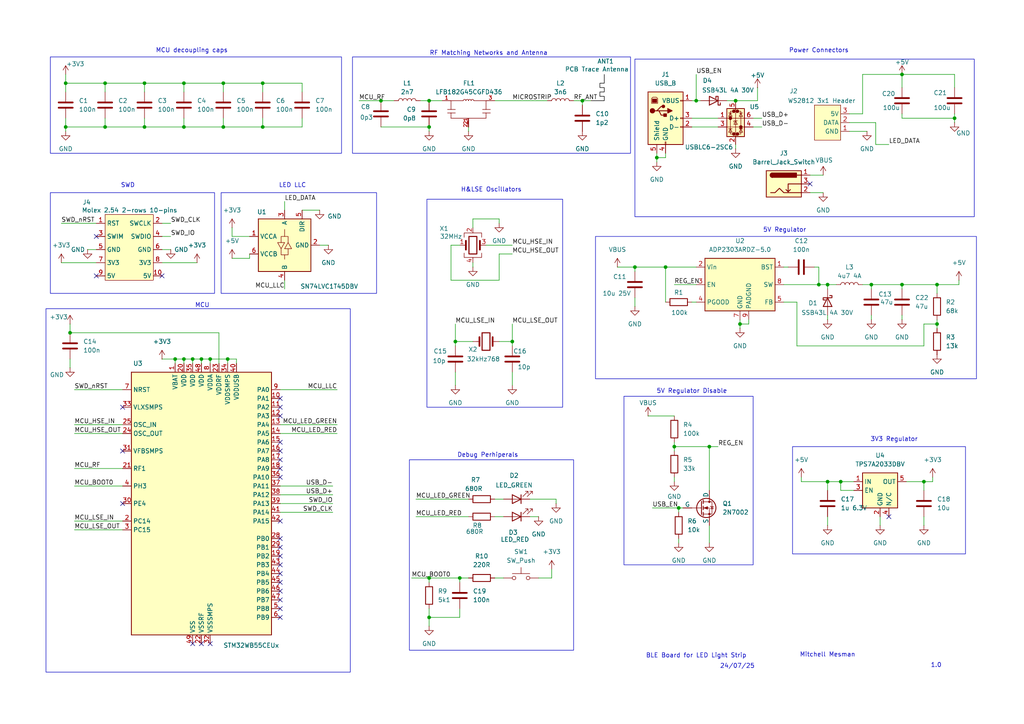
<source format=kicad_sch>
(kicad_sch (version 20250114) (generator "eeschema") (generator_version "9.0")
  (paper "A4")
  (rectangle (start 123.825 57.785) (end 163.195 118.11))
  (rectangle (start 14.605 16.51) (end 99.06 44.45))
  (rectangle (start 229.87 129.54) (end 280.035 160.655))
  (rectangle (start 184.15 17.145) (end 282.575 62.865))
  (rectangle (start 102.235 16.51) (end 182.88 44.45))
  (rectangle (start 13.335 89.535) (end 101.6 194.945))
  (rectangle (start 14.605 55.88) (end 62.23 85.09))
  (rectangle (start 64.135 55.88) (end 109.22 85.09))
  (rectangle (start 172.72 68.58) (end 283.21 109.855))
  (rectangle (start 180.975 114.935) (end 218.44 163.83))
  (rectangle (start 118.745 133.35) (end 166.37 188.595))
  (text "Power Connectors" (at 237.49 14.732 0) (effects (font (size 1.27 1.27))))
  (text "5V Regulator Disable" (at 200.66 113.538 0) (effects (font (size 1.27 1.27))))
  (text "24/07/25" (at 213.868 193.294 0) (effects (font (size 1.27 1.27))))
  (text "LED LLC" (at 84.836 53.848 0) (effects (font (size 1.27 1.27))))
  (text "BLE Board for LED Light Strip" (at 201.93 190.246 0) (effects (font (size 1.27 1.27))))
  (text "RF Matching Networks and Antenna" (at 141.732 15.494 0) (effects (font (size 1.27 1.27))))
  (text "Mitchell Mesman" (at 240.03 189.992 0) (effects (font (size 1.27 1.27))))
  (text "Debug Perhiperals" (at 141.478 132.08 0) (effects (font (size 1.27 1.27))))
  (text "H&LSE Oscillators" (at 142.494 55.118 0) (effects (font (size 1.27 1.27))))
  (text "3V3 Regulator" (at 259.334 127.508 0) (effects (font (size 1.27 1.27))))
  (text "SWD" (at 37.084 53.848 0) (effects (font (size 1.27 1.27))))
  (text "MCU" (at 58.674 88.646 0) (effects (font (size 1.27 1.27))))
  (text "5V Regulator" (at 227.584 66.802 0) (effects (font (size 1.27 1.27))))
  (text "1.0" (at 271.526 193.04 0) (effects (font (size 1.27 1.27))))
  (text "MCU decoupling caps" (at 55.626 14.732 0) (effects (font (size 1.27 1.27))))
  (junction (at 76.2 24.13))
  (junction (at 190.5 45.72))
  (junction (at 214.63 93.98))
  (junction (at 243.84 139.7))
  (junction (at 50.8 104.14))
  (junction (at 193.04 77.47))
  (junction (at 53.34 104.14))
  (junction (at 132.08 99.06))
  (junction (at 205.74 129.54))
  (junction (at 213.36 29.21))
  (junction (at 240.03 139.7))
  (junction (at 168.91 29.21))
  (junction (at 30.48 36.83))
  (junction (at 276.86 34.29))
  (junction (at 64.77 36.83))
  (junction (at 41.91 24.13))
  (junction (at 240.03 82.55))
  (junction (at 19.05 36.83))
  (junction (at 30.48 24.13))
  (junction (at 53.34 24.13))
  (junction (at 19.05 24.13))
  (junction (at 237.49 82.55))
  (junction (at 271.78 82.55))
  (junction (at 184.15 77.47))
  (junction (at 267.97 139.7))
  (junction (at 41.91 36.83))
  (junction (at 195.58 129.54))
  (junction (at 110.49 29.21))
  (junction (at 53.34 36.83))
  (junction (at 55.88 104.14))
  (junction (at 201.93 29.21))
  (junction (at 148.59 99.06))
  (junction (at 124.46 167.64))
  (junction (at 60.96 104.14))
  (junction (at 66.04 104.14))
  (junction (at 124.46 36.83))
  (junction (at 58.42 104.14))
  (junction (at 133.35 167.64))
  (junction (at 76.2 36.83))
  (junction (at 271.78 93.98))
  (junction (at 20.32 96.52))
  (junction (at 124.46 179.07))
  (junction (at 64.77 24.13))
  (junction (at 261.62 21.59))
  (junction (at 252.73 82.55))
  (junction (at 261.62 82.55))
  (junction (at 196.85 147.32))
  (junction (at 124.46 29.21))
  (no_connect (at 55.88 186.69))
  (no_connect (at 81.28 118.11))
  (no_connect (at 35.56 118.11))
  (no_connect (at 257.81 149.86))
  (no_connect (at 60.96 186.69))
  (no_connect (at 81.28 176.53))
  (no_connect (at 35.56 130.81))
  (no_connect (at 81.28 120.65))
  (no_connect (at 81.28 161.29))
  (no_connect (at 234.95 53.34))
  (no_connect (at 81.28 158.75))
  (no_connect (at 81.28 163.83))
  (no_connect (at 58.42 186.69))
  (no_connect (at 81.28 156.21))
  (no_connect (at 81.28 151.13))
  (no_connect (at 81.28 173.99))
  (no_connect (at 81.28 171.45))
  (no_connect (at 81.28 115.57))
  (no_connect (at 81.28 179.07))
  (no_connect (at 81.28 166.37))
  (no_connect (at 81.28 168.91))
  (no_connect (at 81.28 130.81))
  (no_connect (at 81.28 135.89))
  (no_connect (at 27.94 80.01))
  (no_connect (at 81.28 133.35))
  (no_connect (at 35.56 146.05))
  (no_connect (at 81.28 138.43))
  (no_connect (at 81.28 128.27))
  (no_connect (at 46.99 80.01))
  (no_connect (at 27.94 68.58))
  (wire (pts (xy 81.28 143.51) (xy 96.52 143.51)))
  (wire (pts (xy 261.62 21.59) (xy 261.62 25.4)))
  (wire (pts (xy 53.34 24.13) (xy 53.34 26.67)))
  (wire (pts (xy 217.17 92.71) (xy 217.17 93.98)))
  (wire (pts (xy 243.84 139.7) (xy 240.03 139.7)))
  (wire (pts (xy 137.16 76.2) (xy 137.16 77.47)))
  (wire (pts (xy 50.8 105.41) (xy 50.8 104.14)))
  (wire (pts (xy 219.71 25.4) (xy 219.71 29.21)))
  (wire (pts (xy 271.78 82.55) (xy 271.78 85.09)))
  (wire (pts (xy 81.28 113.03) (xy 97.79 113.03)))
  (wire (pts (xy 133.35 167.64) (xy 124.46 167.64)))
  (wire (pts (xy 148.59 93.98) (xy 148.59 99.06)))
  (wire (pts (xy 119.38 167.64) (xy 124.46 167.64)))
  (wire (pts (xy 87.63 24.13) (xy 87.63 26.67)))
  (wire (pts (xy 64.77 24.13) (xy 64.77 26.67)))
  (wire (pts (xy 246.38 38.1) (xy 251.46 38.1)))
  (wire (pts (xy 58.42 104.14) (xy 58.42 105.41)))
  (wire (pts (xy 17.78 76.2) (xy 27.94 76.2)))
  (wire (pts (xy 82.55 58.42) (xy 82.55 60.96)))
  (wire (pts (xy 46.99 104.14) (xy 50.8 104.14)))
  (wire (pts (xy 200.66 36.83) (xy 208.28 36.83)))
  (wire (pts (xy 30.48 36.83) (xy 41.91 36.83)))
  (wire (pts (xy 55.88 104.14) (xy 55.88 105.41)))
  (wire (pts (xy 143.51 149.86) (xy 146.05 149.86)))
  (wire (pts (xy 218.44 36.83) (xy 220.98 36.83)))
  (wire (pts (xy 210.82 29.21) (xy 213.36 29.21)))
  (wire (pts (xy 104.14 29.21) (xy 110.49 29.21)))
  (wire (pts (xy 144.78 63.5) (xy 144.78 64.77)))
  (wire (pts (xy 276.86 33.02) (xy 276.86 34.29)))
  (wire (pts (xy 135.89 36.83) (xy 135.89 38.1)))
  (wire (pts (xy 193.04 77.47) (xy 193.04 87.63)))
  (wire (pts (xy 120.65 144.78) (xy 135.89 144.78)))
  (wire (pts (xy 76.2 24.13) (xy 87.63 24.13)))
  (wire (pts (xy 21.59 125.73) (xy 35.56 125.73)))
  (wire (pts (xy 21.59 151.13) (xy 35.56 151.13)))
  (wire (pts (xy 21.59 140.97) (xy 35.56 140.97)))
  (wire (pts (xy 64.77 36.83) (xy 76.2 36.83)))
  (wire (pts (xy 262.89 139.7) (xy 267.97 139.7)))
  (wire (pts (xy 193.04 45.72) (xy 190.5 45.72)))
  (wire (pts (xy 271.78 82.55) (xy 278.13 82.55)))
  (wire (pts (xy 132.08 100.33) (xy 132.08 99.06)))
  (wire (pts (xy 267.97 149.86) (xy 267.97 152.4)))
  (wire (pts (xy 261.62 33.02) (xy 261.62 34.29)))
  (wire (pts (xy 234.95 55.88) (xy 238.76 55.88)))
  (wire (pts (xy 76.2 24.13) (xy 64.77 24.13)))
  (wire (pts (xy 19.05 36.83) (xy 30.48 36.83)))
  (wire (pts (xy 267.97 139.7) (xy 270.51 139.7)))
  (wire (pts (xy 195.58 129.54) (xy 195.58 130.81)))
  (wire (pts (xy 124.46 29.21) (xy 128.27 29.21)))
  (wire (pts (xy 81.28 148.59) (xy 96.52 148.59)))
  (wire (pts (xy 240.03 82.55) (xy 242.57 82.55)))
  (wire (pts (xy 271.78 92.71) (xy 271.78 93.98)))
  (wire (pts (xy 124.46 176.53) (xy 124.46 179.07)))
  (wire (pts (xy 46.99 68.58) (xy 49.53 68.58)))
  (wire (pts (xy 114.3 29.21) (xy 110.49 29.21)))
  (wire (pts (xy 81.28 123.19) (xy 97.79 123.19)))
  (wire (pts (xy 53.34 36.83) (xy 64.77 36.83)))
  (wire (pts (xy 201.93 87.63) (xy 200.66 87.63)))
  (wire (pts (xy 144.78 81.28) (xy 144.78 73.66)))
  (wire (pts (xy 271.78 93.98) (xy 267.97 93.98)))
  (wire (pts (xy 195.58 138.43) (xy 195.58 139.7)))
  (wire (pts (xy 124.46 36.83) (xy 110.49 36.83)))
  (wire (pts (xy 53.34 104.14) (xy 55.88 104.14)))
  (wire (pts (xy 21.59 153.67) (xy 35.56 153.67)))
  (wire (pts (xy 195.58 82.55) (xy 201.93 82.55)))
  (wire (pts (xy 58.42 104.14) (xy 60.96 104.14)))
  (wire (pts (xy 30.48 34.29) (xy 30.48 36.83)))
  (wire (pts (xy 278.13 81.28) (xy 278.13 82.55)))
  (wire (pts (xy 193.04 77.47) (xy 201.93 77.47)))
  (wire (pts (xy 276.86 21.59) (xy 276.86 25.4)))
  (wire (pts (xy 196.85 156.21) (xy 196.85 157.48)))
  (wire (pts (xy 20.32 96.52) (xy 63.5 96.52)))
  (wire (pts (xy 143.51 144.78) (xy 146.05 144.78)))
  (wire (pts (xy 250.19 21.59) (xy 261.62 21.59)))
  (wire (pts (xy 243.84 142.24) (xy 243.84 139.7)))
  (wire (pts (xy 124.46 179.07) (xy 133.35 179.07)))
  (wire (pts (xy 144.78 99.06) (xy 148.59 99.06)))
  (wire (pts (xy 130.81 81.28) (xy 144.78 81.28)))
  (wire (pts (xy 63.5 105.41) (xy 63.5 96.52)))
  (wire (pts (xy 46.99 64.77) (xy 49.53 64.77)))
  (wire (pts (xy 17.78 64.77) (xy 27.94 64.77)))
  (wire (pts (xy 267.97 93.98) (xy 267.97 100.33)))
  (wire (pts (xy 50.8 104.14) (xy 53.34 104.14)))
  (wire (pts (xy 246.38 33.02) (xy 250.19 33.02)))
  (wire (pts (xy 66.04 104.14) (xy 66.04 105.41)))
  (wire (pts (xy 133.35 71.12) (xy 130.81 71.12)))
  (wire (pts (xy 213.36 29.21) (xy 219.71 29.21)))
  (wire (pts (xy 267.97 100.33) (xy 231.14 100.33)))
  (wire (pts (xy 237.49 77.47) (xy 237.49 82.55)))
  (wire (pts (xy 261.62 91.44) (xy 261.62 92.71)))
  (wire (pts (xy 201.93 29.21) (xy 203.2 29.21)))
  (wire (pts (xy 240.03 139.7) (xy 232.41 139.7)))
  (wire (pts (xy 124.46 29.21) (xy 121.92 29.21)))
  (wire (pts (xy 21.59 135.89) (xy 35.56 135.89)))
  (wire (pts (xy 240.03 82.55) (xy 240.03 83.82)))
  (wire (pts (xy 148.59 107.95) (xy 148.59 111.76)))
  (wire (pts (xy 252.73 82.55) (xy 252.73 83.82)))
  (wire (pts (xy 214.63 93.98) (xy 217.17 93.98)))
  (wire (pts (xy 240.03 91.44) (xy 240.03 92.71)))
  (wire (pts (xy 130.81 71.12) (xy 130.81 81.28)))
  (wire (pts (xy 254 35.56) (xy 254 41.91)))
  (wire (pts (xy 60.96 104.14) (xy 66.04 104.14)))
  (wire (pts (xy 124.46 179.07) (xy 124.46 181.61)))
  (wire (pts (xy 81.28 125.73) (xy 97.79 125.73)))
  (wire (pts (xy 237.49 82.55) (xy 240.03 82.55)))
  (wire (pts (xy 137.16 63.5) (xy 137.16 66.04)))
  (wire (pts (xy 168.91 30.48) (xy 168.91 29.21)))
  (wire (pts (xy 53.34 104.14) (xy 53.34 105.41)))
  (wire (pts (xy 166.37 29.21) (xy 168.91 29.21)))
  (wire (pts (xy 195.58 129.54) (xy 205.74 129.54)))
  (wire (pts (xy 261.62 82.55) (xy 271.78 82.55)))
  (wire (pts (xy 227.33 77.47) (xy 228.6 77.47)))
  (wire (pts (xy 53.34 36.83) (xy 53.34 34.29)))
  (wire (pts (xy 82.55 81.28) (xy 82.55 83.82)))
  (wire (pts (xy 20.32 104.14) (xy 20.32 106.68)))
  (wire (pts (xy 187.96 120.65) (xy 195.58 120.65)))
  (wire (pts (xy 190.5 44.45) (xy 190.5 45.72)))
  (wire (pts (xy 19.05 21.59) (xy 19.05 24.13)))
  (wire (pts (xy 255.27 149.86) (xy 255.27 152.4)))
  (wire (pts (xy 21.59 113.03) (xy 35.56 113.03)))
  (wire (pts (xy 133.35 179.07) (xy 133.35 176.53)))
  (wire (pts (xy 153.67 144.78) (xy 161.29 144.78)))
  (wire (pts (xy 133.35 167.64) (xy 133.35 168.91)))
  (wire (pts (xy 60.96 104.14) (xy 60.96 105.41)))
  (wire (pts (xy 41.91 24.13) (xy 30.48 24.13)))
  (wire (pts (xy 252.73 82.55) (xy 261.62 82.55)))
  (wire (pts (xy 25.4 72.39) (xy 27.94 72.39)))
  (wire (pts (xy 72.39 73.66) (xy 72.39 74.93)))
  (wire (pts (xy 205.74 129.54) (xy 205.74 142.24)))
  (wire (pts (xy 148.59 99.06) (xy 148.59 100.33)))
  (wire (pts (xy 87.63 36.83) (xy 76.2 36.83)))
  (wire (pts (xy 68.58 105.41) (xy 68.58 104.14)))
  (wire (pts (xy 76.2 36.83) (xy 76.2 34.29)))
  (wire (pts (xy 213.36 41.91) (xy 213.36 43.18)))
  (wire (pts (xy 246.38 35.56) (xy 254 35.56)))
  (wire (pts (xy 41.91 36.83) (xy 53.34 36.83)))
  (wire (pts (xy 231.14 87.63) (xy 227.33 87.63)))
  (wire (pts (xy 67.31 74.93) (xy 72.39 74.93)))
  (wire (pts (xy 261.62 21.59) (xy 276.86 21.59)))
  (wire (pts (xy 214.63 92.71) (xy 214.63 93.98)))
  (wire (pts (xy 184.15 77.47) (xy 193.04 77.47)))
  (wire (pts (xy 161.29 144.78) (xy 161.29 146.05)))
  (wire (pts (xy 55.88 104.14) (xy 58.42 104.14)))
  (wire (pts (xy 143.51 29.21) (xy 158.75 29.21)))
  (wire (pts (xy 72.39 68.58) (xy 67.31 68.58)))
  (wire (pts (xy 132.08 99.06) (xy 137.16 99.06)))
  (wire (pts (xy 19.05 36.83) (xy 19.05 38.1)))
  (wire (pts (xy 135.89 167.64) (xy 133.35 167.64)))
  (wire (pts (xy 124.46 36.83) (xy 124.46 38.1)))
  (wire (pts (xy 41.91 24.13) (xy 41.91 26.67)))
  (wire (pts (xy 234.95 50.8) (xy 238.76 50.8)))
  (wire (pts (xy 184.15 86.36) (xy 184.15 88.9)))
  (wire (pts (xy 261.62 34.29) (xy 276.86 34.29)))
  (wire (pts (xy 247.65 139.7) (xy 243.84 139.7)))
  (wire (pts (xy 81.28 140.97) (xy 96.52 140.97)))
  (wire (pts (xy 200.66 29.21) (xy 201.93 29.21)))
  (wire (pts (xy 193.04 44.45) (xy 193.04 45.72)))
  (wire (pts (xy 195.58 128.27) (xy 195.58 129.54)))
  (wire (pts (xy 153.67 149.86) (xy 156.21 149.86)))
  (wire (pts (xy 232.41 139.7) (xy 232.41 138.43)))
  (wire (pts (xy 205.74 129.54) (xy 208.28 129.54)))
  (wire (pts (xy 218.44 34.29) (xy 220.98 34.29)))
  (wire (pts (xy 76.2 24.13) (xy 76.2 26.67)))
  (wire (pts (xy 254 41.91) (xy 257.81 41.91)))
  (wire (pts (xy 179.07 77.47) (xy 184.15 77.47)))
  (wire (pts (xy 271.78 93.98) (xy 271.78 95.25)))
  (wire (pts (xy 168.91 29.21) (xy 171.45 29.21)))
  (wire (pts (xy 132.08 107.95) (xy 132.08 111.76)))
  (wire (pts (xy 46.99 76.2) (xy 57.15 76.2)))
  (wire (pts (xy 201.93 21.59) (xy 201.93 29.21)))
  (wire (pts (xy 196.85 147.32) (xy 196.85 148.59)))
  (wire (pts (xy 87.63 34.29) (xy 87.63 36.83)))
  (wire (pts (xy 64.77 36.83) (xy 64.77 34.29)))
  (wire (pts (xy 231.14 100.33) (xy 231.14 87.63)))
  (wire (pts (xy 21.59 123.19) (xy 35.56 123.19)))
  (wire (pts (xy 190.5 45.72) (xy 190.5 46.99)))
  (wire (pts (xy 64.77 24.13) (xy 53.34 24.13)))
  (wire (pts (xy 67.31 68.58) (xy 67.31 66.04)))
  (wire (pts (xy 144.78 73.66) (xy 148.59 73.66)))
  (wire (pts (xy 120.65 149.86) (xy 135.89 149.86)))
  (wire (pts (xy 214.63 93.98) (xy 214.63 95.25)))
  (wire (pts (xy 247.65 142.24) (xy 243.84 142.24)))
  (wire (pts (xy 250.19 82.55) (xy 252.73 82.55)))
  (wire (pts (xy 53.34 24.13) (xy 41.91 24.13)))
  (wire (pts (xy 20.32 93.98) (xy 20.32 96.52)))
  (wire (pts (xy 227.33 82.55) (xy 237.49 82.55)))
  (wire (pts (xy 19.05 24.13) (xy 19.05 26.67)))
  (wire (pts (xy 200.66 34.29) (xy 208.28 34.29)))
  (wire (pts (xy 137.16 63.5) (xy 144.78 63.5)))
  (wire (pts (xy 267.97 139.7) (xy 267.97 142.24)))
  (wire (pts (xy 46.99 72.39) (xy 49.53 72.39)))
  (wire (pts (xy 140.97 71.12) (xy 148.59 71.12)))
  (wire (pts (xy 66.04 104.14) (xy 68.58 104.14)))
  (wire (pts (xy 124.46 167.64) (xy 124.46 168.91)))
  (wire (pts (xy 250.19 21.59) (xy 250.19 33.02)))
  (wire (pts (xy 189.23 147.32) (xy 196.85 147.32)))
  (wire (pts (xy 205.74 152.4) (xy 205.74 157.48)))
  (wire (pts (xy 87.63 60.96) (xy 92.71 60.96)))
  (wire (pts (xy 240.03 139.7) (xy 240.03 142.24)))
  (wire (pts (xy 30.48 24.13) (xy 19.05 24.13)))
  (wire (pts (xy 41.91 36.83) (xy 41.91 34.29)))
  (wire (pts (xy 92.71 71.12) (xy 95.25 71.12)))
  (wire (pts (xy 160.02 165.1) (xy 160.02 167.64)))
  (wire (pts (xy 240.03 149.86) (xy 240.03 152.4)))
  (wire (pts (xy 132.08 93.98) (xy 132.08 99.06)))
  (wire (pts (xy 156.21 167.64) (xy 160.02 167.64)))
  (wire (pts (xy 252.73 91.44) (xy 252.73 92.71)))
  (wire (pts (xy 81.28 146.05) (xy 96.52 146.05)))
  (wire (pts (xy 184.15 77.47) (xy 184.15 78.74)))
  (wire (pts (xy 198.12 147.32) (xy 196.85 147.32)))
  (wire (pts (xy 270.51 139.7) (xy 270.51 138.43)))
  (wire (pts (xy 143.51 167.64) (xy 146.05 167.64)))
  (wire (pts (xy 30.48 24.13) (xy 30.48 26.67)))
  (wire (pts (xy 261.62 82.55) (xy 261.62 83.82)))
  (wire (pts (xy 236.22 77.47) (xy 237.49 77.47)))
  (wire (pts (xy 19.05 34.29) (xy 19.05 36.83)))
  (wire (pts (xy 276.86 34.29) (xy 276.86 35.56)))
  (label "SWD_IO" (at 96.52 146.05 180))
  (label "MCU_HSE_IN" (at 148.59 71.12 0))
  (label "MCU_BOOT0" (at 119.38 167.64 0))
  (label "USB_D-" (at 96.52 140.97 180))
  (label "USB_D+" (at 96.52 143.51 180))
  (label "MCU_LSE_OUT" (at 21.59 153.67 0))
  (label "SWD_CLK" (at 96.52 148.59 180))
  (label "MCU_LSE_IN" (at 21.59 151.13 0))
  (label "RF_ANT" (at 166.37 29.21 0))
  (label "USB_D-" (at 220.98 36.83 0))
  (label "SWD_nRST" (at 17.78 64.77 0))
  (label "SWD_nRST" (at 21.59 113.03 0))
  (label "MCU_LSE_OUT" (at 148.59 93.98 0))
  (label "SWD_IO" (at 49.53 68.58 0))
  (label "MCU_RF" (at 104.14 29.21 0))
  (label "MCU_RF" (at 21.59 135.89 0))
  (label "MCU_BOOT0" (at 21.59 140.97 0))
  (label "LED_DATA" (at 257.81 41.91 0))
  (label "REG_EN" (at 195.58 82.55 0))
  (label "MCU_LLC" (at 82.55 83.82 180))
  (label "REG_EN" (at 208.28 129.54 0))
  (label "MCU_LED_GREEN" (at 97.79 123.19 180))
  (label "MCU_LSE_IN" (at 132.08 93.98 0))
  (label "MCU_HSE_IN" (at 21.59 123.19 0))
  (label "MCU_LED_RED" (at 97.79 125.73 180))
  (label "LED_DATA" (at 82.55 58.42 0))
  (label "USB_EN" (at 201.93 21.59 0))
  (label "MCU_HSE_OUT" (at 148.59 73.66 0))
  (label "MCU_LED_RED" (at 120.65 149.86 0))
  (label "SWD_CLK" (at 49.53 64.77 0))
  (label "USB_D+" (at 220.98 34.29 0))
  (label "USB_EN" (at 189.23 147.32 0))
  (label "MCU_HSE_OUT" (at 21.59 125.73 0))
  (label "MCU_LLC" (at 97.79 113.03 180))
  (label "MICROSTRIP" (at 148.59 29.21 0))
  (label "MCU_LED_GREEN" (at 120.65 144.78 0))
  (symbol (lib_id "Device:C") (at 148.59 104.14 0) (unit 1)
    (property "Reference" "C16" (at 148.844 101.854 0) (effects (justify left)))
    (property "Value" "10p" (at 150.114 106.426 0) (effects (justify left)))
    (property "Description" "Unpolarized capacitor" (effects (hide yes)))
  )
  (symbol (lib_id "Device:R") (at 196.85 87.63 270) (unit 1)
    (property "Reference" "R1" (at 196.85 84.836 90))
    (property "Value" "100k" (at 197.104 90.678 90))
    (property "Description" "Resistor" (effects (hide yes)))
  )
  (symbol (lib_id "power:GND") (at 168.91 38.1 0) (unit 1)
    (property "Reference" "#PWR028" (effects (hide yes)))
    (property "Value" "GND" (at 168.91 43.18 0))
    (property "Description" "Power symbol creates a global label with name \"GND\" , ground" (effects (hide yes)))
  )
  (symbol (lib_id "Device:C") (at 53.34 30.48 0) (unit 1)
    (property "Reference" "C4" (at 57.15 29.2099 0) (effects (justify left)))
    (property "Value" "100n" (at 57.15 31.7499 0) (effects (justify left)))
    (property "Description" "Unpolarized capacitor" (effects (hide yes)))
  )
  (symbol (lib_id "power:+5V") (at 232.41 138.43 0) (unit 1)
    (property "Reference" "#PWR03" (effects (hide yes)))
    (property "Value" "+5V" (at 232.41 133.35 0))
    (property "Description" "Power symbol creates a global label with name \"+5V\"" (effects (hide yes)))
  )
  (symbol (lib_id "Simulation_SPICE:NMOS") (at 203.2 147.32 0) (unit 1)
    (property "Reference" "Q1" (at 209.55 146.0499 0) (effects (justify left)))
    (property "Value" "2N7002" (at 209.55 148.5899 0) (effects (justify left)))
    (property "Datasheet" "https://ngspice.sourceforge.io/docs/ngspice-html-manual/manual.xhtml#cha_MOSFETs" (effects (hide yes)))
    (property "Description" "N-MOSFET transistor, drain/source/gate" (effects (hide yes)))
    (property "Sim.Device" "NMOS" (effects (hide yes)))
    (property "Sim.Type" "VDMOS" (effects (hide yes)))
    (property "Sim.Pins" "1=D 2=G 3=S" (effects (hide yes)))
  )
  (symbol (lib_id "Device:R") (at 139.7 144.78 90) (unit 1)
    (property "Reference" "R7" (at 137.922 139.192 90))
    (property "Value" "680R" (at 137.414 141.732 90))
    (property "Description" "Resistor" (effects (hide yes)))
  )
  (symbol (lib_id "Power_Protection:USBLC6-2SC6") (at 213.36 34.29 0) (unit 1)
    (property "Reference" "U5" (at 217.424 30.988 0) (effects (justify left)))
    (property "Value" "USBLC6-2SC6" (at 198.628 42.672 0) (effects (justify left)))
    (property "Footprint" "Package_TO_SOT_SMD:SOT-23-6" (effects (hide yes)))
    (property "Datasheet" "https://www.st.com/resource/en/datasheet/usblc6-2.pdf" (effects (hide yes)))
    (property "Description" "Very low capacitance ESD protection diode, 2 data-line, SOT-23-6" (effects (hide yes)))
  )
  (symbol (lib_id "power:GND") (at 240.03 92.71 0) (unit 1)
    (property "Reference" "#PWR010" (effects (hide yes)))
    (property "Value" "GND" (at 240.03 97.79 0))
    (property "Description" "Power symbol creates a global label with name \"GND\" , ground" (effects (hide yes)))
  )
  (symbol (lib_id "MCU_ST_STM32WB:STM32WB55CEUx") (at 58.42 146.05 0) (unit 1)
    (property "Reference" "U3" (at 38.608 105.41 0) (effects (justify left)))
    (property "Value" "STM32WB55CEUx" (at 64.77 187.198 0) (effects (justify left)))
    (property "Footprint" "Package_DFN_QFN:QFN-48-1EP_7x7mm_P0.5mm_EP5.6x5.6mm" (effects (hide yes)))
    (property "Datasheet" "https://www.st.com/resource/en/datasheet/stm32wb55ce.pdf" (effects (hide yes)))
    (property "Description" "STMicroelectronics Arm Cortex-M4 MCU, 512KB flash, 256KB RAM, 64 MHz, 1.71-3.6V, 30 GPIO, UFQFPN48" (effects (hide yes)))
  )
  (symbol (lib_id "Device:LED") (at 149.86 144.78 180) (unit 1)
    (property "Reference" "D2" (at 149.098 137.922 0))
    (property "Value" "LED_GREEN" (at 149.098 140.716 0))
    (property "Description" "Light emitting diode" (effects (hide yes)))
    (property "Sim.Pins" "1=K 2=A" (effects (hide yes)))
  )
  (symbol (lib_id "power:+3V3") (at 20.32 93.98 0) (unit 1)
    (property "Reference" "#PWR05" (effects (hide yes)))
    (property "Value" "+3V3" (at 17.018 91.948 0))
    (property "Description" "Power symbol creates a global label with name \"+3V3\"" (effects (hide yes)))
  )
  (symbol (lib_id "power:GND") (at 20.32 106.68 0) (unit 1)
    (property "Reference" "#PWR06" (effects (hide yes)))
    (property "Value" "GND" (at 16.51 108.712 0))
    (property "Description" "Power symbol creates a global label with name \"GND\" , ground" (effects (hide yes)))
  )
  (symbol (lib_id "power:+5V") (at 278.13 81.28 0) (unit 1)
    (property "Reference" "#PWR013" (effects (hide yes)))
    (property "Value" "+5V" (at 278.13 76.2 0))
    (property "Description" "Power symbol creates a global label with name \"+5V\"" (effects (hide yes)))
  )
  (symbol (lib_id "power:GND") (at 156.21 149.86 0) (unit 1)
    (property "Reference" "#PWR039" (effects (hide yes)))
    (property "Value" "GND" (at 156.21 154.94 0))
    (property "Description" "Power symbol creates a global label with name \"GND\" , ground" (effects (hide yes)))
  )
  (symbol (lib_id "Device:L") (at 118.11 29.21 270) (mirror x) (unit 1)
    (property "Reference" "L1" (at 118.11 24.13 90))
    (property "Value" "2n7" (at 118.11 26.67 90))
    (property "Description" "Inductor" (effects (hide yes)))
  )
  (symbol (lib_id "Device:C") (at 41.91 30.48 0) (unit 1)
    (property "Reference" "C3" (at 45.72 29.2099 0) (effects (justify left)))
    (property "Value" "100n" (at 45.72 31.7499 0) (effects (justify left)))
    (property "Description" "Unpolarized capacitor" (effects (hide yes)))
  )
  (symbol (lib_id "Device:L") (at 246.38 82.55 90) (unit 1)
    (property "Reference" "L3" (at 246.38 77.47 90))
    (property "Value" "4u7 4A" (at 246.38 80.01 90))
    (property "Description" "Inductor" (effects (hide yes)))
  )
  (symbol (lib_id "power:GND") (at 205.74 157.48 0) (unit 1)
    (property "Reference" "#PWR012" (effects (hide yes)))
    (property "Value" "GND" (at 205.74 162.56 0))
    (property "Description" "Power symbol creates a global label with name \"GND\" , ground" (effects (hide yes)))
  )
  (symbol (lib_id "Device:C") (at 76.2 30.48 0) (unit 1)
    (property "Reference" "C6" (at 80.01 29.2099 0) (effects (justify left)))
    (property "Value" "100n" (at 80.01 31.7499 0) (effects (justify left)))
    (property "Description" "Unpolarized capacitor" (effects (hide yes)))
  )
  (symbol (lib_id "power:GND") (at 267.97 152.4 0) (unit 1)
    (property "Reference" "#PWR016" (effects (hide yes)))
    (property "Value" "GND" (at 267.97 157.48 0))
    (property "Description" "Power symbol creates a global label with name \"GND\" , ground" (effects (hide yes)))
  )
  (symbol (lib_id "Device:C") (at 184.15 82.55 180) (unit 1)
    (property "Reference" "C11" (at 177.8 80.264 0) (effects (justify right)))
    (property "Value" "10u 25V" (at 174.752 85.09 0) (effects (justify right)))
    (property "Description" "Unpolarized capacitor" (effects (hide yes)))
  )
  (symbol (lib_id "power:GND") (at 144.78 64.77 0) (unit 1)
    (property "Reference" "#PWR043" (effects (hide yes)))
    (property "Value" "GND" (at 144.78 69.85 0))
    (property "Description" "Power symbol creates a global label with name \"GND\" , ground" (effects (hide yes)))
  )
  (symbol (lib_id "power:VBUS") (at 238.76 50.8 0) (unit 1)
    (property "Reference" "#PWR032" (effects (hide yes)))
    (property "Value" "VBUS" (at 239.014 46.482 0))
    (property "Description" "Power symbol creates a global label with name \"VBUS\"" (effects (hide yes)))
  )
  (symbol (lib_id "power:GND") (at 271.78 102.87 0) (unit 1)
    (property "Reference" "#PWR014" (effects (hide yes)))
    (property "Value" "GND" (at 271.78 107.95 0))
    (property "Description" "Power symbol creates a global label with name \"GND\" , ground" (effects (hide yes)))
  )
  (symbol (lib_id "power:GND") (at 132.08 111.76 0) (unit 1)
    (property "Reference" "#PWR044" (effects (hide yes)))
    (property "Value" "GND" (at 132.08 116.84 0))
    (property "Description" "Power symbol creates a global label with name \"GND\" , ground" (effects (hide yes)))
  )
  (symbol (lib_id "power:GND") (at 25.4 72.39 0) (unit 1)
    (property "Reference" "#PWR022" (effects (hide yes)))
    (property "Value" "GND" (at 22.606 72.39 0))
    (property "Description" "Power symbol creates a global label with name \"GND\" , ground" (effects (hide yes)))
  )
  (symbol (lib_id "Device:C") (at 261.62 87.63 0) (unit 1)
    (property "Reference" "C22" (at 265.43 86.3599 0) (effects (justify left)))
    (property "Value" "47u" (at 265.43 88.8999 0) (effects (justify left)))
    (property "Description" "Unpolarized capacitor" (effects (hide yes)))
  )
  (symbol (lib_id "power:GND") (at 255.27 152.4 0) (unit 1)
    (property "Reference" "#PWR011" (effects (hide yes)))
    (property "Value" "GND" (at 255.27 157.48 0))
    (property "Description" "Power symbol creates a global label with name \"GND\" , ground" (effects (hide yes)))
  )
  (symbol (lib_id "Device:C") (at 232.41 77.47 270) (unit 1)
    (property "Reference" "C12" (at 232.41 69.85 90))
    (property "Value" "100n" (at 232.41 72.39 90))
    (property "Description" "Unpolarized capacitor" (effects (hide yes)))
  )
  (symbol (lib_id "power:GND") (at 261.62 92.71 0) (unit 1)
    (property "Reference" "#PWR050" (effects (hide yes)))
    (property "Value" "GND" (at 261.62 97.79 0))
    (property "Description" "Power symbol creates a global label with name \"GND\" , ground" (effects (hide yes)))
  )
  (symbol (lib_id "Regulator_Linear:TPS7A20xxxDQN") (at 255.27 142.24 0) (unit 1)
    (property "Reference" "U4" (at 255.27 132.08 0))
    (property "Value" "TPS7A2033DBV" (at 255.27 134.62 0))
    (property "Footprint" "Package_TO_SOT_SMD:SOT-23-5" (effects (hide yes)))
    (property "Datasheet" "https://www.ti.com/lit/ds/symlink/tps7a20.pdf" (effects (hide yes)))
    (property "Description" "300 mA Low Dropout Voltage Regulator, Fixed Output, 1.6..6.0Vin, Low-Noise (7μV RMS), 6.5μA IQ LDO, X2SON-5" (effects (hide yes)))
  )
  (symbol (lib_id "power:+3V3") (at 57.15 76.2 0) (unit 1)
    (property "Reference" "#PWR024" (effects (hide yes)))
    (property "Value" "+3V3" (at 57.15 71.12 0))
    (property "Description" "Power symbol creates a global label with name \"+3V3\"" (effects (hide yes)))
  )
  (symbol (lib_id "power:+3V3") (at 160.02 165.1 0) (unit 1)
    (property "Reference" "#PWR041" (effects (hide yes)))
    (property "Value" "+3V3" (at 160.02 160.02 0))
    (property "Description" "Power symbol creates a global label with name \"+3V3\"" (effects (hide yes)))
  )
  (symbol (lib_id "Device:C") (at 252.73 87.63 0) (unit 1)
    (property "Reference" "C13" (at 254.762 85.344 0) (effects (justify left)))
    (property "Value" "47u" (at 255.27 87.63 0) (effects (justify left)))
    (property "Description" "Unpolarized capacitor" (effects (hide yes)))
  )
  (symbol (lib_id "power:GND") (at 252.73 92.71 0) (unit 1)
    (property "Reference" "#PWR09" (effects (hide yes)))
    (property "Value" "GND" (at 252.73 97.79 0))
    (property "Description" "Power symbol creates a global label with name \"GND\" , ground" (effects (hide yes)))
  )
  (symbol (lib_id "power:+3V3") (at 46.99 104.14 0) (unit 1)
    (property "Reference" "#PWR046" (effects (hide yes)))
    (property "Value" "+3V3" (at 46.99 99.06 0))
    (property "Description" "Power symbol creates a global label with name \"+3V3\"" (effects (hide yes)))
  )
  (symbol (lib_id "Device:C") (at 110.49 33.02 0) (mirror y) (unit 1)
    (property "Reference" "C8" (at 104.648 30.988 0) (effects (justify right)))
    (property "Value" "0p3" (at 104.394 34.036 0) (effects (justify right)))
    (property "Description" "Unpolarized capacitor" (effects (hide yes)))
  )
  (symbol (lib_id "Device:C") (at 19.05 30.48 0) (unit 1)
    (property "Reference" "C1" (at 22.86 29.2099 0) (effects (justify left)))
    (property "Value" "100n" (at 22.86 31.7499 0) (effects (justify left)))
    (property "Description" "Unpolarized capacitor" (effects (hide yes)))
  )
  (symbol (lib_id "bbbled:LFB182G45CGFD436") (at 135.89 31.75 0) (unit 1)
    (property "Reference" "FL1" (at 136.017 24.13 0))
    (property "Value" "LFB182G45CGFD436" (at 136.017 26.67 0))
    (property "Footprint" "LFB182G45CGFD436:FIL_LFB182G45CGFD436" (effects (hide yes)))
    (property "PARTREV" "N/A" (effects (hide yes)))
    (property "STANDARD" "Manufacturer Recommendations" (effects (hide yes)))
    (property "MAXIMUM_PACKAGE_HEIGHT" "0.65 mm" (effects (hide yes)))
    (property "MANUFACTURER" "Murata Electronics" (effects (hide yes)))
  )
  (symbol (lib_id "Device:R") (at 195.58 134.62 0) (unit 1)
    (property "Reference" "R5" (at 198.12 133.3499 0) (effects (justify left)))
    (property "Value" "33k" (at 198.12 135.8899 0) (effects (justify left)))
    (property "Description" "Resistor" (effects (hide yes)))
  )
  (symbol (lib_id "Device:C") (at 30.48 30.48 0) (unit 1)
    (property "Reference" "C2" (at 34.29 29.2099 0) (effects (justify left)))
    (property "Value" "100n" (at 34.29 31.7499 0) (effects (justify left)))
    (property "Description" "Unpolarized capacitor" (effects (hide yes)))
  )
  (symbol (lib_id "Device:D_Schottky") (at 240.03 87.63 270) (unit 1)
    (property "Reference" "D1" (at 234.442 87.884 90) (effects (justify left)))
    (property "Value" "SSB43L 4A 30V" (at 232.41 90.678 90) (effects (justify left)))
    (property "Description" "Schottky diode" (effects (hide yes)))
  )
  (symbol (lib_id "power:GND") (at 195.58 139.7 0) (unit 1)
    (property "Reference" "#PWR030" (effects (hide yes)))
    (property "Value" "GND" (at 195.58 144.018 0))
    (property "Description" "Power symbol creates a global label with name \"GND\" , ground" (effects (hide yes)))
  )
  (symbol (lib_id "Device:C") (at 276.86 29.21 0) (unit 1)
    (property "Reference" "C21" (at 270.764 26.924 0) (effects (justify left)))
    (property "Value" "100u" (at 270.764 31.242 0) (effects (justify left)))
    (property "Description" "Unpolarized capacitor" (effects (hide yes)))
  )
  (symbol (lib_id "Regulator_Switching:ADP2303ARDZ-5.0") (at 214.63 82.55 0) (unit 1)
    (property "Reference" "U2" (at 214.63 69.85 0))
    (property "Value" "ADP2303ARDZ-5.0" (at 214.63 72.39 0))
    (property "Footprint" "Package_SO:SOIC-8-1EP_3.9x4.9mm_P1.27mm_EP2.29x3mm" (effects (hide yes)))
    (property "Datasheet" "https://www.analog.com/media/en/technical-documentation/data-sheets/ADP2302_2303.pdf" (effects (hide yes)))
    (property "Description" "Nonsynchronous Step-Down Regulator 3 Amp Vout 5.0v SOIC-8" (effects (hide yes)))
  )
  (symbol (lib_id "power:VBUS") (at 187.96 120.65 0) (unit 1)
    (property "Reference" "#PWR047" (effects (hide yes)))
    (property "Value" "VBUS" (at 187.96 116.84 0))
    (property "Description" "Power symbol creates a global label with name \"VBUS\"" (effects (hide yes)))
  )
  (symbol (lib_id "power:GND") (at 213.36 43.18 0) (unit 1)
    (property "Reference" "#PWR036" (effects (hide yes)))
    (property "Value" "GND" (at 213.36 48.26 0))
    (property "Description" "Power symbol creates a global label with name \"GND\" , ground" (effects (hide yes)))
  )
  (symbol (lib_id "power:GND") (at 124.46 38.1 0) (mirror y) (unit 1)
    (property "Reference" "#PWR019" (effects (hide yes)))
    (property "Value" "GND" (at 124.46 43.18 0))
    (property "Description" "Power symbol creates a global label with name \"GND\" , ground" (effects (hide yes)))
  )
  (symbol (lib_id "power:GND") (at 214.63 95.25 0) (unit 1)
    (property "Reference" "#PWR08" (effects (hide yes)))
    (property "Value" "GND" (at 214.63 100.33 0))
    (property "Description" "Power symbol creates a global label with name \"GND\" , ground" (effects (hide yes)))
  )
  (symbol (lib_id "bbbled:LED_PLUG") (at 243.84 30.48 0) (mirror y) (unit 1)
    (property "Reference" "J2" (at 231.394 26.416 0) (effects (justify left)))
    (property "Value" "WS2812 3x1 Header" (at 248.158 29.21 0) (effects (justify left)))
  )
  (symbol (lib_id "Device:C") (at 124.46 33.02 0) (mirror y) (unit 1)
    (property "Reference" "C9" (at 120.65 31.7499 0) (effects (justify left)))
    (property "Value" "0p8" (at 120.65 34.2899 0) (effects (justify left)))
    (property "Description" "Unpolarized capacitor" (effects (hide yes)))
  )
  (symbol (lib_id "Device:C") (at 168.91 34.29 0) (unit 1)
    (property "Reference" "C10" (at 172.72 33.0199 0) (effects (justify left)))
    (property "Value" "1p2" (at 172.72 35.5599 0) (effects (justify left)))
    (property "Description" "Unpolarized capacitor" (effects (hide yes)))
  )
  (symbol (lib_id "Device:C") (at 87.63 30.48 0) (unit 1)
    (property "Reference" "C7" (at 91.44 29.2099 0) (effects (justify left)))
    (property "Value" "100n" (at 91.44 31.7499 0) (effects (justify left)))
    (property "Description" "Unpolarized capacitor" (effects (hide yes)))
  )
  (symbol (lib_id "Device:R") (at 124.46 172.72 0) (unit 1)
    (property "Reference" "R9" (at 127 171.4499 0) (effects (justify left)))
    (property "Value" "5k1" (at 127 173.9899 0) (effects (justify left)))
    (property "Description" "Resistor" (effects (hide yes)))
  )
  (symbol (lib_id "power:GND") (at 49.53 72.39 0) (unit 1)
    (property "Reference" "#PWR021" (effects (hide yes)))
    (property "Value" "GND" (at 52.578 72.39 0))
    (property "Description" "Power symbol creates a global label with name \"GND\" , ground" (effects (hide yes)))
  )
  (symbol (lib_id "power:GND") (at 92.71 60.96 0) (unit 1)
    (property "Reference" "#PWR045" (effects (hide yes)))
    (property "Value" "GND" (at 97.028 62.738 0))
    (property "Description" "Power symbol creates a global label with name \"GND\" , ground" (effects (hide yes)))
  )
  (symbol (lib_id "Device:C") (at 267.97 146.05 180) (unit 1)
    (property "Reference" "C18" (at 271.78 144.7799 0) (effects (justify right)))
    (property "Value" "10u" (at 271.78 147.3199 0) (effects (justify right)))
    (property "Description" "Unpolarized capacitor" (effects (hide yes)))
  )
  (symbol (lib_id "Device:R") (at 271.78 99.06 180) (unit 1)
    (property "Reference" "R3" (at 274.32 97.7899 0) (effects (justify right)))
    (property "Value" "13k" (at 274.32 100.3299 0) (effects (justify right)))
    (property "Description" "Resistor" (effects (hide yes)))
  )
  (symbol (lib_id "power:+5V") (at 67.31 74.93 0) (unit 1)
    (property "Reference" "#PWR025" (effects (hide yes)))
    (property "Value" "+5V" (at 67.31 69.85 0))
    (property "Description" "Power symbol creates a global label with name \"+5V\"" (effects (hide yes)))
  )
  (symbol (lib_id "power:GND") (at 276.86 35.56 0) (unit 1)
    (property "Reference" "#PWR049" (effects (hide yes)))
    (property "Value" "GND" (at 279.4 38.608 0))
    (property "Description" "Power symbol creates a global label with name \"GND\" , ground" (effects (hide yes)))
  )
  (symbol (lib_id "power:GND") (at 251.46 38.1 0) (unit 1)
    (property "Reference" "#PWR034" (effects (hide yes)))
    (property "Value" "GND" (at 251.46 43.18 0))
    (property "Description" "Power symbol creates a global label with name \"GND\" , ground" (effects (hide yes)))
  )
  (symbol (lib_id "Device:R") (at 271.78 88.9 180) (unit 1)
    (property "Reference" "R2" (at 274.32 87.6299 0) (effects (justify right)))
    (property "Value" "68k" (at 274.32 90.1699 0) (effects (justify right)))
    (property "Description" "Resistor" (effects (hide yes)))
  )
  (symbol (lib_id "Device:LED") (at 149.86 149.86 180) (unit 1)
    (property "Reference" "D3" (at 148.844 154.432 0))
    (property "Value" "LED_RED" (at 149.352 156.464 0))
    (property "Description" "Light emitting diode" (effects (hide yes)))
    (property "Sim.Pins" "1=K 2=A" (effects (hide yes)))
  )
  (symbol (lib_id "Device:C") (at 20.32 100.33 0) (unit 1)
    (property "Reference" "C14" (at 24.13 99.0599 0) (effects (justify left)))
    (property "Value" "100n" (at 24.13 101.5999 0) (effects (justify left)))
    (property "Description" "Unpolarized capacitor" (effects (hide yes)))
  )
  (symbol (lib_id "Device:Crystal_GND24") (at 137.16 71.12 0) (unit 1)
    (property "Reference" "X1" (at 128.778 66.294 0))
    (property "Value" "32MHz" (at 130.81 68.58 0))
    (property "Description" "Four pin crystal, GND on pins 2 and 4" (effects (hide yes)))
  )
  (symbol (lib_id "power:GND") (at 135.89 38.1 0) (unit 1)
    (property "Reference" "#PWR020" (effects (hide yes)))
    (property "Value" "GND" (at 135.89 43.18 0))
    (property "Description" "Power symbol creates a global label with name \"GND\" , ground" (effects (hide yes)))
  )
  (symbol (lib_id "power:VBUS") (at 179.07 77.47 0) (unit 1)
    (property "Reference" "#PWR038" (effects (hide yes)))
    (property "Value" "VBUS" (at 179.07 72.39 0))
    (property "Description" "Power symbol creates a global label with name \"VBUS\"" (effects (hide yes)))
  )
  (symbol (lib_id "Device:C") (at 261.62 29.21 0) (unit 1)
    (property "Reference" "C20" (at 255.778 27.178 0) (effects (justify left)))
    (property "Value" "100u" (at 256.032 31.242 0) (effects (justify left)))
    (property "Description" "Unpolarized capacitor" (effects (hide yes)))
  )
  (symbol (lib_id "Device:R") (at 195.58 124.46 0) (unit 1)
    (property "Reference" "R4" (at 198.12 123.1899 0) (effects (justify left)))
    (property "Value" "100k" (at 198.12 125.7299 0) (effects (justify left)))
    (property "Description" "Resistor" (effects (hide yes)))
  )
  (symbol (lib_id "Device:C") (at 132.08 104.14 0) (unit 1)
    (property "Reference" "C15" (at 125.73 101.854 0) (effects (justify left)))
    (property "Value" "10p" (at 125.476 104.648 0) (effects (justify left)))
    (property "Description" "Unpolarized capacitor" (effects (hide yes)))
  )
  (symbol (lib_id "power:+5V") (at 219.71 25.4 0) (unit 1)
    (property "Reference" "#PWR037" (effects (hide yes)))
    (property "Value" "+5V" (at 219.71 21.844 0))
    (property "Description" "Power symbol creates a global label with name \"+5V\"" (effects (hide yes)))
  )
  (symbol (lib_id "bbbled:ANTENNA") (at 173.99 21.59 0) (unit 1)
    (property "Reference" "ANT1" (at 173.228 17.78 0) (effects (justify left)))
    (property "Value" "PCB Trace Antenna" (at 163.83 20.066 0) (effects (justify left)))
    (property "Datasheet" "See AN5129" (effects (hide yes)))
    (property "Description" "Meander Antenna" (effects (hide yes)))
  )
  (symbol (lib_id "Connector:Barrel_Jack_Switch") (at 227.33 53.34 0) (unit 1)
    (property "Reference" "J3" (at 227.33 44.45 0))
    (property "Value" "Barrel_Jack_Switch" (at 227.33 46.99 0))
    (property "Description" "CONN JACK R/A PCB 5.5X2.1MM" (effects (hide yes)))
  )
  (symbol (lib_id "power:GND") (at 238.76 55.88 0) (unit 1)
    (property "Reference" "#PWR031" (effects (hide yes)))
    (property "Value" "GND" (at 238.76 60.96 0))
    (property "Description" "Power symbol creates a global label with name \"GND\" , ground" (effects (hide yes)))
  )
  (symbol (lib_id "power:+3V3") (at 270.51 138.43 0) (unit 1)
    (property "Reference" "#PWR04" (effects (hide yes)))
    (property "Value" "+3V3" (at 270.51 133.35 0))
    (property "Description" "Power symbol creates a global label with name \"+3V3\"" (effects (hide yes)))
  )
  (symbol (lib_id "bbbled:CONN") (at 38.1 62.23 0) (unit 1)
    (property "Reference" "J4" (at 25.146 58.674 0))
    (property "Value" "Molex 2.54 2-rows 10-pins" (at 37.592 60.96 0))
    (property "Description" "Pin Header, Shrouded, Signal, Wire-to-Board, 2.54 mm, 2 Rows, 10 Contacts, Through Hole Straight" (effects (hide yes)))
  )
  (symbol (lib_id "power:GND") (at 137.16 77.47 0) (unit 1)
    (property "Reference" "#PWR018" (effects (hide yes)))
    (property "Value" "GND" (at 137.16 82.55 0))
    (property "Description" "Power symbol creates a global label with name \"GND\" , ground" (effects (hide yes)))
  )
  (symbol (lib_id "power:GND") (at 19.05 38.1 0) (unit 1)
    (property "Reference" "#PWR01" (effects (hide yes)))
    (property "Value" "GND" (at 19.05 43.18 0))
    (property "Description" "Power symbol creates a global label with name \"GND\" , ground" (effects (hide yes)))
  )
  (symbol (lib_id "power:GND") (at 196.85 157.48 0) (unit 1)
    (property "Reference" "#PWR029" (effects (hide yes)))
    (property "Value" "GND" (at 196.85 162.56 0))
    (property "Description" "Power symbol creates a global label with name \"GND\" , ground" (effects (hide yes)))
  )
  (symbol (lib_id "Switch:SW_Push") (at 151.13 167.64 0) (unit 1)
    (property "Reference" "SW1" (at 151.13 160.02 0))
    (property "Value" "SW_Push" (at 151.13 162.56 0))
    (property "Description" "Push button switch, generic, two pins" (effects (hide yes)))
  )
  (symbol (lib_id "Device:R") (at 196.85 152.4 0) (unit 1)
    (property "Reference" "R6" (at 199.39 151.1299 0) (effects (justify left)))
    (property "Value" "10k" (at 199.39 153.6699 0) (effects (justify left)))
    (property "Description" "Resistor" (effects (hide yes)))
  )
  (symbol (lib_id "Device:Crystal") (at 140.97 99.06 0) (unit 1)
    (property "Reference" "X2" (at 137.16 101.346 0))
    (property "Value" "32kHz768" (at 140.208 104.14 0))
    (property "Description" "Two pin crystal" (effects (hide yes)))
  )
  (symbol (lib_id "power:GND") (at 95.25 71.12 0) (unit 1)
    (property "Reference" "#PWR027" (effects (hide yes)))
    (property "Value" "GND" (at 95.25 76.2 0))
    (property "Description" "Power symbol creates a global label with name \"GND\" , ground" (effects (hide yes)))
  )
  (symbol (lib_id "Device:D_Schottky") (at 207.01 29.21 180) (unit 1)
    (property "Reference" "D4" (at 206.502 23.368 0) (effects (justify left)))
    (property "Value" "SSB43L 4A 30V" (at 218.694 26.162 0) (effects (justify left)))
    (property "Description" "Schottky diode" (effects (hide yes)))
  )
  (symbol (lib_id "power:GND") (at 161.29 146.05 0) (unit 1)
    (property "Reference" "#PWR040" (effects (hide yes)))
    (property "Value" "GND" (at 161.29 151.13 0))
    (property "Description" "Power symbol creates a global label with name \"GND\" , ground" (effects (hide yes)))
  )
  (symbol (lib_id "Device:R") (at 139.7 167.64 90) (unit 1)
    (property "Reference" "R10" (at 139.7 161.29 90))
    (property "Value" "220R" (at 139.7 163.83 90))
    (property "Description" "Resistor" (effects (hide yes)))
  )
  (symbol (lib_id "power:GND") (at 240.03 152.4 0) (unit 1)
    (property "Reference" "#PWR015" (effects (hide yes)))
    (property "Value" "GND" (at 240.03 157.48 0))
    (property "Description" "Power symbol creates a global label with name \"GND\" , ground" (effects (hide yes)))
  )
  (symbol (lib_id "power:GND") (at 148.59 111.76 0) (unit 1)
    (property "Reference" "#PWR017" (effects (hide yes)))
    (property "Value" "GND" (at 148.59 116.84 0))
    (property "Description" "Power symbol creates a global label with name \"GND\" , ground" (effects (hide yes)))
  )
  (symbol (lib_id "Logic_LevelTranslator:SN74LVC1T45DBV") (at 82.55 71.12 90) (mirror x) (unit 1)
    (property "Reference" "U1" (at 75.946 61.468 90))
    (property "Value" "SN74LVC1T45DBV" (at 95.504 83.058 90))
    (property "Footprint" "Package_TO_SOT_SMD:SOT-23-6" (effects (hide yes)))
    (property "Datasheet" "http://www.ti.com/lit/ds/symlink/sn74lvc1t45.pdf" (effects (hide yes)))
    (property "Description" "Single-Bit Dual-Supply Bus Transceiver With Configurable Voltage Translation and 3-State Outputs, SOT-23-6" (effects (hide yes)))
  )
  (symbol (lib_id "Device:C") (at 64.77 30.48 0) (unit 1)
    (property "Reference" "C5" (at 68.58 29.2099 0) (effects (justify left)))
    (property "Value" "100n" (at 68.58 31.7499 0) (effects (justify left)))
    (property "Description" "Unpolarized capacitor" (effects (hide yes)))
  )
  (symbol (lib_id "power:+5V") (at 261.62 21.59 0) (unit 1)
    (property "Reference" "#PWR033" (effects (hide yes)))
    (property "Value" "+5V" (at 261.62 18.034 0))
    (property "Description" "Power symbol creates a global label with name \"+5V\"" (effects (hide yes)))
  )
  (symbol (lib_id "Connector:USB_B") (at 193.04 34.29 0) (unit 1)
    (property "Reference" "J1" (at 193.04 21.59 0))
    (property "Value" "USB_B" (at 193.04 24.13 0))
    (property "Description" "USB Type B connector" (effects (hide yes)))
  )
  (symbol (lib_id "power:GND") (at 184.15 88.9 0) (unit 1)
    (property "Reference" "#PWR07" (effects (hide yes)))
    (property "Value" "GND" (at 184.15 93.98 0))
    (property "Description" "Power symbol creates a global label with name \"GND\" , ground" (effects (hide yes)))
  )
  (symbol (lib_id "Device:C") (at 133.35 172.72 0) (unit 1)
    (property "Reference" "C19" (at 137.16 171.4499 0) (effects (justify left)))
    (property "Value" "100n" (at 137.16 173.9899 0) (effects (justify left)))
    (property "Description" "Unpolarized capacitor" (effects (hide yes)))
  )
  (symbol (lib_id "Device:R") (at 139.7 149.86 90) (unit 1)
    (property "Reference" "R8" (at 138.43 152.4 90))
    (property "Value" "680R" (at 137.668 154.178 90))
    (property "Description" "Resistor" (effects (hide yes)))
  )
  (symbol (lib_id "power:+3V3") (at 67.31 66.04 0) (unit 1)
    (property "Reference" "#PWR026" (effects (hide yes)))
    (property "Value" "+3V3" (at 67.31 60.96 0))
    (property "Description" "Power symbol creates a global label with name \"+3V3\"" (effects (hide yes)))
  )
  (symbol (lib_id "Device:C") (at 240.03 146.05 180) (unit 1)
    (property "Reference" "C17" (at 243.84 144.7799 0) (effects (justify right)))
    (property "Value" "1u 6.3V" (at 243.84 147.3199 0) (effects (justify right)))
    (property "Description" "Unpolarized capacitor" (effects (hide yes)))
  )
  (symbol (lib_id "power:GND") (at 190.5 46.99 0) (unit 1)
    (property "Reference" "#PWR035" (effects (hide yes)))
    (property "Value" "GND" (at 190.5 52.07 0))
    (property "Description" "Power symbol creates a global label with name \"GND\" , ground" (effects (hide yes)))
  )
  (symbol (lib_id "Device:L") (at 162.56 29.21 90) (unit 1)
    (property "Reference" "L2" (at 162.56 24.13 90))
    (property "Value" "3n6" (at 162.56 26.67 90))
    (property "Description" "Inductor" (effects (hide yes)))
  )
  (symbol (lib_id "power:+3V3") (at 17.78 76.2 0) (unit 1)
    (property "Reference" "#PWR023" (effects (hide yes)))
    (property "Value" "+3V3" (at 17.78 71.12 0))
    (property "Description" "Power symbol creates a global label with name \"+3V3\"" (effects (hide yes)))
  )
  (symbol (lib_id "power:+3V3") (at 19.05 21.59 0) (unit 1)
    (property "Reference" "#PWR02" (effects (hide yes)))
    (property "Value" "+3V3" (at 21.844 18.542 0))
    (property "Description" "Power symbol creates a global label with name \"+3V3\"" (effects (hide yes)))
  )
  (symbol (lib_id "power:GND") (at 124.46 181.61 0) (unit 1)
    (property "Reference" "#PWR042" (effects (hide yes)))
    (property "Value" "GND" (at 124.46 186.69 0))
    (property "Description" "Power symbol creates a global label with name \"GND\" , ground" (effects (hide yes)))
  )
)
</source>
